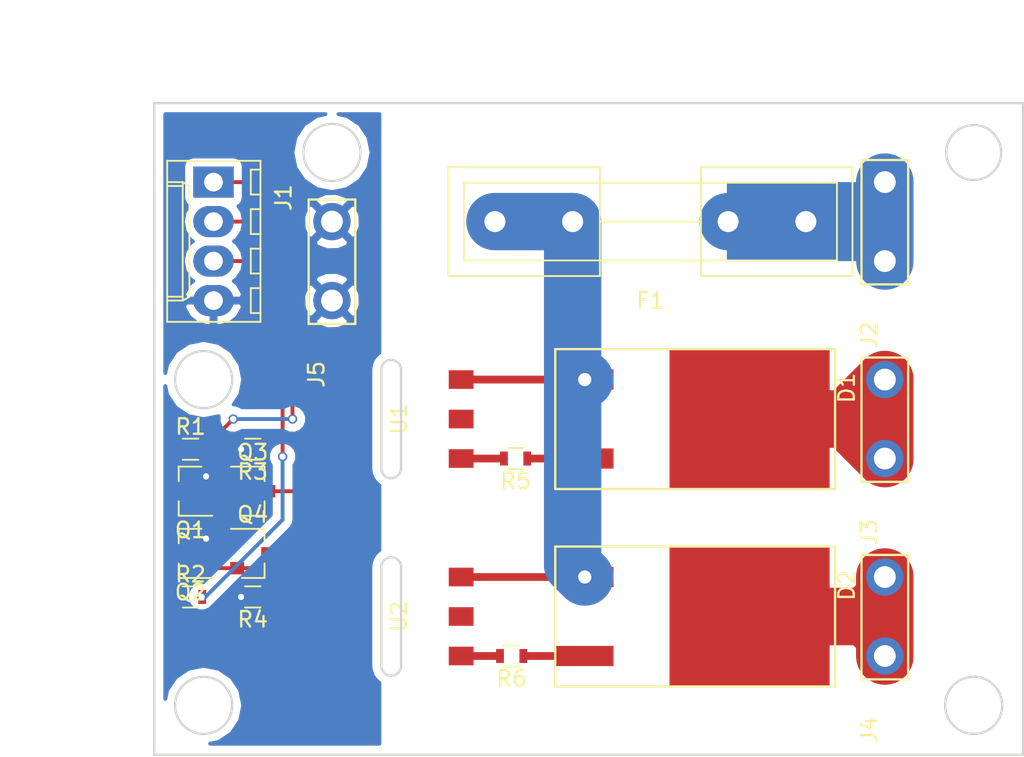
<source format=kicad_pcb>
(kicad_pcb (version 4) (host pcbnew 4.0.7)

  (general
    (links 36)
    (no_connects 0)
    (area 165.689667 78.664999 224.865001 121.127143)
    (thickness 1.6)
    (drawings 23)
    (tracks 89)
    (zones 0)
    (modules 20)
    (nets 23)
  )

  (page USLetter)
  (layers
    (0 F.Cu signal)
    (31 B.Cu signal)
    (32 B.Adhes user)
    (33 F.Adhes user)
    (34 B.Paste user)
    (35 F.Paste user)
    (36 B.SilkS user)
    (37 F.SilkS user)
    (38 B.Mask user)
    (39 F.Mask user)
    (40 Dwgs.User user)
    (41 Cmts.User user)
    (42 Eco1.User user)
    (43 Eco2.User user)
    (44 Edge.Cuts user)
    (45 Margin user)
    (46 B.CrtYd user)
    (47 F.CrtYd user)
    (48 B.Fab user)
    (49 F.Fab user)
  )

  (setup
    (last_trace_width 0.25)
    (trace_clearance 0.2)
    (zone_clearance 0.508)
    (zone_45_only no)
    (trace_min 0.2)
    (segment_width 0.2)
    (edge_width 0.15)
    (via_size 0.6)
    (via_drill 0.4)
    (via_min_size 0.4)
    (via_min_drill 0.3)
    (uvia_size 0.3)
    (uvia_drill 0.1)
    (uvias_allowed no)
    (uvia_min_size 0.2)
    (uvia_min_drill 0.1)
    (pcb_text_width 0.3)
    (pcb_text_size 1.5 1.5)
    (mod_edge_width 0.15)
    (mod_text_size 1 1)
    (mod_text_width 0.15)
    (pad_size 1.524 1.524)
    (pad_drill 0.762)
    (pad_to_mask_clearance 0.2)
    (aux_axis_origin 0 0)
    (visible_elements FFFFFF5F)
    (pcbplotparams
      (layerselection 0x00030_80000001)
      (usegerberextensions false)
      (excludeedgelayer true)
      (linewidth 0.100000)
      (plotframeref false)
      (viasonmask false)
      (mode 1)
      (useauxorigin false)
      (hpglpennumber 1)
      (hpglpenspeed 20)
      (hpglpendiameter 15)
      (hpglpenoverlay 2)
      (psnegative false)
      (psa4output false)
      (plotreference true)
      (plotvalue true)
      (plotinvisibletext false)
      (padsonsilk false)
      (subtractmaskfromsilk false)
      (outputformat 1)
      (mirror false)
      (drillshape 0)
      (scaleselection 1)
      (outputdirectory ""))
  )

  (net 0 "")
  (net 1 "Net-(D1-Pad1)")
  (net 2 "Net-(D1-Pad3)")
  (net 3 "Net-(D1-Pad2)")
  (net 4 "Net-(D2-Pad3)")
  (net 5 "Net-(D2-Pad2)")
  (net 6 "Net-(F1-Pad1)")
  (net 7 "Net-(J1-Pad1)")
  (net 8 "Net-(J1-Pad2)")
  (net 9 "Net-(J1-Pad3)")
  (net 10 "Net-(J1-Pad4)")
  (net 11 "Net-(Q1-Pad1)")
  (net 12 "Net-(Q1-Pad3)")
  (net 13 "Net-(Q2-Pad1)")
  (net 14 "Net-(Q2-Pad3)")
  (net 15 "Net-(Q3-Pad3)")
  (net 16 "Net-(Q4-Pad3)")
  (net 17 "Net-(R5-Pad2)")
  (net 18 "Net-(R6-Pad2)")
  (net 19 "Net-(U1-Pad3)")
  (net 20 "Net-(U1-Pad5)")
  (net 21 "Net-(U2-Pad3)")
  (net 22 "Net-(U2-Pad5)")

  (net_class Default "This is the default net class."
    (clearance 0.2)
    (trace_width 0.25)
    (via_dia 0.6)
    (via_drill 0.4)
    (uvia_dia 0.3)
    (uvia_drill 0.1)
    (add_net "Net-(J1-Pad1)")
    (add_net "Net-(J1-Pad2)")
    (add_net "Net-(J1-Pad3)")
    (add_net "Net-(J1-Pad4)")
    (add_net "Net-(Q1-Pad1)")
    (add_net "Net-(Q1-Pad3)")
    (add_net "Net-(Q2-Pad1)")
    (add_net "Net-(Q2-Pad3)")
    (add_net "Net-(Q3-Pad3)")
    (add_net "Net-(Q4-Pad3)")
    (add_net "Net-(U1-Pad3)")
    (add_net "Net-(U1-Pad5)")
    (add_net "Net-(U2-Pad3)")
    (add_net "Net-(U2-Pad5)")
  )

  (net_class AC ""
    (clearance 1.22)
    (trace_width 3.69)
    (via_dia 1.22)
    (via_drill 0.85)
    (uvia_dia 0.3)
    (uvia_drill 0.1)
    (add_net "Net-(D1-Pad2)")
    (add_net "Net-(D2-Pad2)")
    (add_net "Net-(F1-Pad1)")
  )

  (net_class AC_Signal ""
    (clearance 0.4)
    (trace_width 0.5)
    (via_dia 0.8)
    (via_drill 0.5)
    (uvia_dia 0.3)
    (uvia_drill 0.1)
    (add_net "Net-(D1-Pad1)")
    (add_net "Net-(D1-Pad3)")
    (add_net "Net-(D2-Pad3)")
    (add_net "Net-(R5-Pad2)")
    (add_net "Net-(R6-Pad2)")
  )

  (module Fuse_Holders_and_Fuses:Fuseholder5x20_horiz_open_inline_Type-I (layer F.Cu) (tedit 5880C3AD) (tstamp 5AD278CC)
    (at 210.82 86.36 180)
    (descr "Fuseholder, 5x20, open, horizontal, Type-I, Inline,")
    (tags "Fuseholder 5x20 open horizontal Type-I Inline Sicherungshalter offen ")
    (path /5AD26826)
    (fp_text reference F1 (at 10 -5.08 180) (layer F.SilkS)
      (effects (font (size 1 1) (thickness 0.15)))
    )
    (fp_text value 10A (at 11.27 5.08 180) (layer F.Fab)
      (effects (font (size 1 1) (thickness 0.15)))
    )
    (fp_line (start 5 0) (end 15 0) (layer F.Fab) (width 0.1))
    (fp_line (start -2 -2.5) (end 22 -2.5) (layer F.Fab) (width 0.1))
    (fp_line (start 22 -2.5) (end 22 2.5) (layer F.Fab) (width 0.1))
    (fp_line (start 22 2.5) (end -2 2.5) (layer F.Fab) (width 0.1))
    (fp_line (start -2 2.5) (end -2 -2.5) (layer F.Fab) (width 0.1))
    (fp_line (start 13.35 -3.4) (end 13.35 3.4) (layer F.Fab) (width 0.1))
    (fp_line (start 13.35 3.4) (end 22.9 3.4) (layer F.Fab) (width 0.1))
    (fp_line (start 22.9 3.4) (end 22.9 -3.4) (layer F.Fab) (width 0.1))
    (fp_line (start 22.9 -3.4) (end 13.35 -3.4) (layer F.Fab) (width 0.1))
    (fp_line (start -2.95 -3.4) (end 6.65 -3.4) (layer F.Fab) (width 0.1))
    (fp_line (start 6.65 -3.4) (end 6.65 3.4) (layer F.Fab) (width 0.1))
    (fp_line (start 6.65 3.4) (end -2.9 3.4) (layer F.Fab) (width 0.1))
    (fp_line (start -2.9 3.4) (end -2.9 -3.4) (layer F.Fab) (width 0.1))
    (fp_line (start 13.25 0) (end 6.75 0) (layer F.SilkS) (width 0.12))
    (fp_line (start 13.25 -3.5) (end 13.25 3.5) (layer F.SilkS) (width 0.12))
    (fp_line (start 22 3.5) (end 13.25 3.5) (layer F.SilkS) (width 0.12))
    (fp_line (start 22 -3.5) (end 13.25 -3.5) (layer F.SilkS) (width 0.12))
    (fp_line (start -0.75 2.5) (end -2 2.5) (layer F.SilkS) (width 0.12))
    (fp_line (start -0.5 -2.5) (end -2 -2.5) (layer F.SilkS) (width 0.12))
    (fp_line (start 11.5 2.5) (end -0.75 2.5) (layer F.SilkS) (width 0.12))
    (fp_line (start 11.25 -2.5) (end -0.5 -2.5) (layer F.SilkS) (width 0.12))
    (fp_line (start 22 2.5) (end 11.5 2.5) (layer F.SilkS) (width 0.12))
    (fp_line (start 22 -2.5) (end 11.25 -2.5) (layer F.SilkS) (width 0.12))
    (fp_line (start 22 -2.5) (end 22 2.5) (layer F.SilkS) (width 0.12))
    (fp_line (start 23 -3.5) (end 22 -3.5) (layer F.SilkS) (width 0.12))
    (fp_line (start 23 -3.5) (end 23 3.5) (layer F.SilkS) (width 0.12))
    (fp_line (start 23 3.5) (end 22 3.5) (layer F.SilkS) (width 0.12))
    (fp_line (start -2 -2.5) (end -2 2.5) (layer F.SilkS) (width 0.12))
    (fp_line (start 6.75 -3.5) (end -3 -3.5) (layer F.SilkS) (width 0.12))
    (fp_line (start -3 -3.5) (end -3 3.5) (layer F.SilkS) (width 0.12))
    (fp_line (start 6.75 3.5) (end -3 3.5) (layer F.SilkS) (width 0.12))
    (fp_line (start 6.75 -3.5) (end 6.75 3.5) (layer F.SilkS) (width 0.12))
    (fp_line (start -3.2 -3.65) (end 23.15 -3.65) (layer F.CrtYd) (width 0.05))
    (fp_line (start -3.2 -3.65) (end -3.2 3.65) (layer F.CrtYd) (width 0.05))
    (fp_line (start 23.15 3.65) (end 23.15 -3.65) (layer F.CrtYd) (width 0.05))
    (fp_line (start 23.15 3.65) (end -3.2 3.65) (layer F.CrtYd) (width 0.05))
    (pad 2 thru_hole circle (at 15 0 180) (size 2.35 2.35) (drill 1.35) (layers *.Cu *.Mask)
      (net 1 "Net-(D1-Pad1)"))
    (pad 2 thru_hole circle (at 20 0 180) (size 2.35 2.35) (drill 1.35) (layers *.Cu *.Mask)
      (net 1 "Net-(D1-Pad1)"))
    (pad 1 thru_hole circle (at 5 0 180) (size 2.35 2.35) (drill 1.35) (layers *.Cu *.Mask)
      (net 6 "Net-(F1-Pad1)"))
    (pad 1 thru_hole circle (at 0 0 180) (size 2.35 2.35) (drill 1.35) (layers *.Cu *.Mask)
      (net 6 "Net-(F1-Pad1)"))
  )

  (module Connectors_Molex:Molex_KK-6410-04_04x2.54mm_Straight (layer F.Cu) (tedit 58EE6EE8) (tstamp 5AD278F5)
    (at 172.72 83.82 270)
    (descr "Connector Headers with Friction Lock, 22-27-2041, http://www.molex.com/pdm_docs/sd/022272021_sd.pdf")
    (tags "connector molex kk_6410 22-27-2041")
    (path /5AD2537D)
    (fp_text reference J1 (at 1 -4.5 270) (layer F.SilkS)
      (effects (font (size 1 1) (thickness 0.15)))
    )
    (fp_text value Conn_01x04 (at 3.81 4.5 270) (layer F.Fab)
      (effects (font (size 1 1) (thickness 0.15)))
    )
    (fp_line (start -1.47 -3.12) (end -1.47 3.08) (layer F.Fab) (width 0.12))
    (fp_line (start -1.47 3.08) (end 9.09 3.08) (layer F.Fab) (width 0.12))
    (fp_line (start 9.09 3.08) (end 9.09 -3.12) (layer F.Fab) (width 0.12))
    (fp_line (start 9.09 -3.12) (end -1.47 -3.12) (layer F.Fab) (width 0.12))
    (fp_line (start -1.37 -3.02) (end -1.37 2.98) (layer F.SilkS) (width 0.12))
    (fp_line (start -1.37 2.98) (end 8.99 2.98) (layer F.SilkS) (width 0.12))
    (fp_line (start 8.99 2.98) (end 8.99 -3.02) (layer F.SilkS) (width 0.12))
    (fp_line (start 8.99 -3.02) (end -1.37 -3.02) (layer F.SilkS) (width 0.12))
    (fp_line (start 0 2.98) (end 0 1.98) (layer F.SilkS) (width 0.12))
    (fp_line (start 0 1.98) (end 7.62 1.98) (layer F.SilkS) (width 0.12))
    (fp_line (start 7.62 1.98) (end 7.62 2.98) (layer F.SilkS) (width 0.12))
    (fp_line (start 0 1.98) (end 0.25 1.55) (layer F.SilkS) (width 0.12))
    (fp_line (start 0.25 1.55) (end 7.37 1.55) (layer F.SilkS) (width 0.12))
    (fp_line (start 7.37 1.55) (end 7.62 1.98) (layer F.SilkS) (width 0.12))
    (fp_line (start 0.25 2.98) (end 0.25 1.98) (layer F.SilkS) (width 0.12))
    (fp_line (start 7.37 2.98) (end 7.37 1.98) (layer F.SilkS) (width 0.12))
    (fp_line (start -0.8 -3.02) (end -0.8 -2.4) (layer F.SilkS) (width 0.12))
    (fp_line (start -0.8 -2.4) (end 0.8 -2.4) (layer F.SilkS) (width 0.12))
    (fp_line (start 0.8 -2.4) (end 0.8 -3.02) (layer F.SilkS) (width 0.12))
    (fp_line (start 1.74 -3.02) (end 1.74 -2.4) (layer F.SilkS) (width 0.12))
    (fp_line (start 1.74 -2.4) (end 3.34 -2.4) (layer F.SilkS) (width 0.12))
    (fp_line (start 3.34 -2.4) (end 3.34 -3.02) (layer F.SilkS) (width 0.12))
    (fp_line (start 4.28 -3.02) (end 4.28 -2.4) (layer F.SilkS) (width 0.12))
    (fp_line (start 4.28 -2.4) (end 5.88 -2.4) (layer F.SilkS) (width 0.12))
    (fp_line (start 5.88 -2.4) (end 5.88 -3.02) (layer F.SilkS) (width 0.12))
    (fp_line (start 6.82 -3.02) (end 6.82 -2.4) (layer F.SilkS) (width 0.12))
    (fp_line (start 6.82 -2.4) (end 8.42 -2.4) (layer F.SilkS) (width 0.12))
    (fp_line (start 8.42 -2.4) (end 8.42 -3.02) (layer F.SilkS) (width 0.12))
    (fp_line (start -1.9 3.5) (end -1.9 -3.55) (layer F.CrtYd) (width 0.05))
    (fp_line (start -1.9 -3.55) (end 9.5 -3.55) (layer F.CrtYd) (width 0.05))
    (fp_line (start 9.5 -3.55) (end 9.5 3.5) (layer F.CrtYd) (width 0.05))
    (fp_line (start 9.5 3.5) (end -1.9 3.5) (layer F.CrtYd) (width 0.05))
    (fp_text user %R (at 3.81 0 270) (layer F.Fab)
      (effects (font (size 1 1) (thickness 0.15)))
    )
    (pad 1 thru_hole rect (at 0 0 270) (size 2 2.6) (drill 1.2) (layers *.Cu *.Mask)
      (net 7 "Net-(J1-Pad1)"))
    (pad 2 thru_hole oval (at 2.54 0 270) (size 2 2.6) (drill 1.2) (layers *.Cu *.Mask)
      (net 8 "Net-(J1-Pad2)"))
    (pad 3 thru_hole oval (at 5.08 0 270) (size 2 2.6) (drill 1.2) (layers *.Cu *.Mask)
      (net 9 "Net-(J1-Pad3)"))
    (pad 4 thru_hole oval (at 7.62 0 270) (size 2 2.6) (drill 1.2) (layers *.Cu *.Mask)
      (net 10 "Net-(J1-Pad4)"))
    (model ${KISYS3DMOD}/Connectors_Molex.3dshapes/Molex_KK-6410-04_04x2.54mm_Straight.wrl
      (at (xyz 0 0 0))
      (scale (xyz 1 1 1))
      (rotate (xyz 0 0 0))
    )
  )

  (module Local:TAB_0.250_SOLDER (layer F.Cu) (tedit 5AD26DAC) (tstamp 5AD278FF)
    (at 215.9 88.9 90)
    (path /5AD27586)
    (fp_text reference J2 (at -4.75 -1 90) (layer F.SilkS)
      (effects (font (size 1 1) (thickness 0.15)))
    )
    (fp_text value Conn_01x01 (at 0 -2.75 90) (layer F.Fab)
      (effects (font (size 1 1) (thickness 0.15)))
    )
    (fp_line (start -1.5 -1.5) (end 6.5 -1.5) (layer F.SilkS) (width 0.15))
    (fp_line (start 6.5 -1.5) (end 6.5 1.5) (layer F.SilkS) (width 0.15))
    (fp_line (start 6.5 1.5) (end -1.5 1.5) (layer F.SilkS) (width 0.15))
    (fp_line (start -1.5 1.5) (end -1.5 -1.5) (layer F.SilkS) (width 0.15))
    (pad 1 thru_hole circle (at 5.08 0 90) (size 2.4 2.4) (drill 1.4) (layers *.Cu *.Mask)
      (net 6 "Net-(F1-Pad1)"))
    (pad 1 thru_hole circle (at 0 0 90) (size 2.4 2.4) (drill 1.4) (layers *.Cu *.Mask)
      (net 6 "Net-(F1-Pad1)"))
  )

  (module Local:TAB_0.250_SOLDER (layer F.Cu) (tedit 5AD26DAC) (tstamp 5AD27909)
    (at 215.9 101.6 90)
    (path /5AD275EF)
    (fp_text reference J3 (at -4.75 -1 90) (layer F.SilkS)
      (effects (font (size 1 1) (thickness 0.15)))
    )
    (fp_text value Conn_01x01 (at 0 -2.75 90) (layer F.Fab)
      (effects (font (size 1 1) (thickness 0.15)))
    )
    (fp_line (start -1.5 -1.5) (end 6.5 -1.5) (layer F.SilkS) (width 0.15))
    (fp_line (start 6.5 -1.5) (end 6.5 1.5) (layer F.SilkS) (width 0.15))
    (fp_line (start 6.5 1.5) (end -1.5 1.5) (layer F.SilkS) (width 0.15))
    (fp_line (start -1.5 1.5) (end -1.5 -1.5) (layer F.SilkS) (width 0.15))
    (pad 1 thru_hole circle (at 5.08 0 90) (size 2.4 2.4) (drill 1.4) (layers *.Cu *.Mask)
      (net 3 "Net-(D1-Pad2)"))
    (pad 1 thru_hole circle (at 0 0 90) (size 2.4 2.4) (drill 1.4) (layers *.Cu *.Mask)
      (net 3 "Net-(D1-Pad2)"))
  )

  (module Local:TAB_0.250_SOLDER (layer F.Cu) (tedit 5AD26DAC) (tstamp 5AD27913)
    (at 215.9 114.3 90)
    (path /5AD27660)
    (fp_text reference J4 (at -4.75 -1 90) (layer F.SilkS)
      (effects (font (size 1 1) (thickness 0.15)))
    )
    (fp_text value Conn_01x01 (at 0 -2.75 90) (layer F.Fab)
      (effects (font (size 1 1) (thickness 0.15)))
    )
    (fp_line (start -1.5 -1.5) (end 6.5 -1.5) (layer F.SilkS) (width 0.15))
    (fp_line (start 6.5 -1.5) (end 6.5 1.5) (layer F.SilkS) (width 0.15))
    (fp_line (start 6.5 1.5) (end -1.5 1.5) (layer F.SilkS) (width 0.15))
    (fp_line (start -1.5 1.5) (end -1.5 -1.5) (layer F.SilkS) (width 0.15))
    (pad 1 thru_hole circle (at 5.08 0 90) (size 2.4 2.4) (drill 1.4) (layers *.Cu *.Mask)
      (net 5 "Net-(D2-Pad2)"))
    (pad 1 thru_hole circle (at 0 0 90) (size 2.4 2.4) (drill 1.4) (layers *.Cu *.Mask)
      (net 5 "Net-(D2-Pad2)"))
  )

  (module TO_SOT_Packages_SMD:SOT-23 (layer F.Cu) (tedit 58CE4E7E) (tstamp 5AD27928)
    (at 171.243 103.701 180)
    (descr "SOT-23, Standard")
    (tags SOT-23)
    (path /5AD24568)
    (attr smd)
    (fp_text reference Q1 (at 0 -2.5 180) (layer F.SilkS)
      (effects (font (size 1 1) (thickness 0.15)))
    )
    (fp_text value MMBT3904L (at 0 2.5 180) (layer F.Fab)
      (effects (font (size 1 1) (thickness 0.15)))
    )
    (fp_text user %R (at 0 0 270) (layer F.Fab)
      (effects (font (size 0.5 0.5) (thickness 0.075)))
    )
    (fp_line (start -0.7 -0.95) (end -0.7 1.5) (layer F.Fab) (width 0.1))
    (fp_line (start -0.15 -1.52) (end 0.7 -1.52) (layer F.Fab) (width 0.1))
    (fp_line (start -0.7 -0.95) (end -0.15 -1.52) (layer F.Fab) (width 0.1))
    (fp_line (start 0.7 -1.52) (end 0.7 1.52) (layer F.Fab) (width 0.1))
    (fp_line (start -0.7 1.52) (end 0.7 1.52) (layer F.Fab) (width 0.1))
    (fp_line (start 0.76 1.58) (end 0.76 0.65) (layer F.SilkS) (width 0.12))
    (fp_line (start 0.76 -1.58) (end 0.76 -0.65) (layer F.SilkS) (width 0.12))
    (fp_line (start -1.7 -1.75) (end 1.7 -1.75) (layer F.CrtYd) (width 0.05))
    (fp_line (start 1.7 -1.75) (end 1.7 1.75) (layer F.CrtYd) (width 0.05))
    (fp_line (start 1.7 1.75) (end -1.7 1.75) (layer F.CrtYd) (width 0.05))
    (fp_line (start -1.7 1.75) (end -1.7 -1.75) (layer F.CrtYd) (width 0.05))
    (fp_line (start 0.76 -1.58) (end -1.4 -1.58) (layer F.SilkS) (width 0.12))
    (fp_line (start 0.76 1.58) (end -0.7 1.58) (layer F.SilkS) (width 0.12))
    (pad 1 smd rect (at -1 -0.95 180) (size 0.9 0.8) (layers F.Cu F.Paste F.Mask)
      (net 11 "Net-(Q1-Pad1)"))
    (pad 2 smd rect (at -1 0.95 180) (size 0.9 0.8) (layers F.Cu F.Paste F.Mask)
      (net 10 "Net-(J1-Pad4)"))
    (pad 3 smd rect (at 1 0 180) (size 0.9 0.8) (layers F.Cu F.Paste F.Mask)
      (net 12 "Net-(Q1-Pad3)"))
    (model ${KISYS3DMOD}/TO_SOT_Packages_SMD.3dshapes/SOT-23.wrl
      (at (xyz 0 0 0))
      (scale (xyz 1 1 1))
      (rotate (xyz 0 0 0))
    )
  )

  (module TO_SOT_Packages_SMD:SOT-23 (layer F.Cu) (tedit 58CE4E7E) (tstamp 5AD2793D)
    (at 171.243 107.701 180)
    (descr "SOT-23, Standard")
    (tags SOT-23)
    (path /5AD252C2)
    (attr smd)
    (fp_text reference Q2 (at 0 -2.5 180) (layer F.SilkS)
      (effects (font (size 1 1) (thickness 0.15)))
    )
    (fp_text value MMBT3904L (at 0 2.5 180) (layer F.Fab)
      (effects (font (size 1 1) (thickness 0.15)))
    )
    (fp_text user %R (at 0 0 270) (layer F.Fab)
      (effects (font (size 0.5 0.5) (thickness 0.075)))
    )
    (fp_line (start -0.7 -0.95) (end -0.7 1.5) (layer F.Fab) (width 0.1))
    (fp_line (start -0.15 -1.52) (end 0.7 -1.52) (layer F.Fab) (width 0.1))
    (fp_line (start -0.7 -0.95) (end -0.15 -1.52) (layer F.Fab) (width 0.1))
    (fp_line (start 0.7 -1.52) (end 0.7 1.52) (layer F.Fab) (width 0.1))
    (fp_line (start -0.7 1.52) (end 0.7 1.52) (layer F.Fab) (width 0.1))
    (fp_line (start 0.76 1.58) (end 0.76 0.65) (layer F.SilkS) (width 0.12))
    (fp_line (start 0.76 -1.58) (end 0.76 -0.65) (layer F.SilkS) (width 0.12))
    (fp_line (start -1.7 -1.75) (end 1.7 -1.75) (layer F.CrtYd) (width 0.05))
    (fp_line (start 1.7 -1.75) (end 1.7 1.75) (layer F.CrtYd) (width 0.05))
    (fp_line (start 1.7 1.75) (end -1.7 1.75) (layer F.CrtYd) (width 0.05))
    (fp_line (start -1.7 1.75) (end -1.7 -1.75) (layer F.CrtYd) (width 0.05))
    (fp_line (start 0.76 -1.58) (end -1.4 -1.58) (layer F.SilkS) (width 0.12))
    (fp_line (start 0.76 1.58) (end -0.7 1.58) (layer F.SilkS) (width 0.12))
    (pad 1 smd rect (at -1 -0.95 180) (size 0.9 0.8) (layers F.Cu F.Paste F.Mask)
      (net 13 "Net-(Q2-Pad1)"))
    (pad 2 smd rect (at -1 0.95 180) (size 0.9 0.8) (layers F.Cu F.Paste F.Mask)
      (net 10 "Net-(J1-Pad4)"))
    (pad 3 smd rect (at 1 0 180) (size 0.9 0.8) (layers F.Cu F.Paste F.Mask)
      (net 14 "Net-(Q2-Pad3)"))
    (model ${KISYS3DMOD}/TO_SOT_Packages_SMD.3dshapes/SOT-23.wrl
      (at (xyz 0 0 0))
      (scale (xyz 1 1 1))
      (rotate (xyz 0 0 0))
    )
  )

  (module TO_SOT_Packages_SMD:SOT-23 (layer F.Cu) (tedit 58CE4E7E) (tstamp 5AD27952)
    (at 175.243 103.701)
    (descr "SOT-23, Standard")
    (tags SOT-23)
    (path /5AD24CB5)
    (attr smd)
    (fp_text reference Q3 (at 0 -2.5) (layer F.SilkS)
      (effects (font (size 1 1) (thickness 0.15)))
    )
    (fp_text value MMBT3904L (at 0 2.5) (layer F.Fab)
      (effects (font (size 1 1) (thickness 0.15)))
    )
    (fp_text user %R (at 0 0 90) (layer F.Fab)
      (effects (font (size 0.5 0.5) (thickness 0.075)))
    )
    (fp_line (start -0.7 -0.95) (end -0.7 1.5) (layer F.Fab) (width 0.1))
    (fp_line (start -0.15 -1.52) (end 0.7 -1.52) (layer F.Fab) (width 0.1))
    (fp_line (start -0.7 -0.95) (end -0.15 -1.52) (layer F.Fab) (width 0.1))
    (fp_line (start 0.7 -1.52) (end 0.7 1.52) (layer F.Fab) (width 0.1))
    (fp_line (start -0.7 1.52) (end 0.7 1.52) (layer F.Fab) (width 0.1))
    (fp_line (start 0.76 1.58) (end 0.76 0.65) (layer F.SilkS) (width 0.12))
    (fp_line (start 0.76 -1.58) (end 0.76 -0.65) (layer F.SilkS) (width 0.12))
    (fp_line (start -1.7 -1.75) (end 1.7 -1.75) (layer F.CrtYd) (width 0.05))
    (fp_line (start 1.7 -1.75) (end 1.7 1.75) (layer F.CrtYd) (width 0.05))
    (fp_line (start 1.7 1.75) (end -1.7 1.75) (layer F.CrtYd) (width 0.05))
    (fp_line (start -1.7 1.75) (end -1.7 -1.75) (layer F.CrtYd) (width 0.05))
    (fp_line (start 0.76 -1.58) (end -1.4 -1.58) (layer F.SilkS) (width 0.12))
    (fp_line (start 0.76 1.58) (end -0.7 1.58) (layer F.SilkS) (width 0.12))
    (pad 1 smd rect (at -1 -0.95) (size 0.9 0.8) (layers F.Cu F.Paste F.Mask)
      (net 12 "Net-(Q1-Pad3)"))
    (pad 2 smd rect (at -1 0.95) (size 0.9 0.8) (layers F.Cu F.Paste F.Mask)
      (net 11 "Net-(Q1-Pad1)"))
    (pad 3 smd rect (at 1 0) (size 0.9 0.8) (layers F.Cu F.Paste F.Mask)
      (net 15 "Net-(Q3-Pad3)"))
    (model ${KISYS3DMOD}/TO_SOT_Packages_SMD.3dshapes/SOT-23.wrl
      (at (xyz 0 0 0))
      (scale (xyz 1 1 1))
      (rotate (xyz 0 0 0))
    )
  )

  (module TO_SOT_Packages_SMD:SOT-23 (layer F.Cu) (tedit 58CE4E7E) (tstamp 5AD27967)
    (at 175.243 107.701)
    (descr "SOT-23, Standard")
    (tags SOT-23)
    (path /5AD252C8)
    (attr smd)
    (fp_text reference Q4 (at 0 -2.5) (layer F.SilkS)
      (effects (font (size 1 1) (thickness 0.15)))
    )
    (fp_text value MMBT3904L (at 0 2.5) (layer F.Fab)
      (effects (font (size 1 1) (thickness 0.15)))
    )
    (fp_text user %R (at 0 0 90) (layer F.Fab)
      (effects (font (size 0.5 0.5) (thickness 0.075)))
    )
    (fp_line (start -0.7 -0.95) (end -0.7 1.5) (layer F.Fab) (width 0.1))
    (fp_line (start -0.15 -1.52) (end 0.7 -1.52) (layer F.Fab) (width 0.1))
    (fp_line (start -0.7 -0.95) (end -0.15 -1.52) (layer F.Fab) (width 0.1))
    (fp_line (start 0.7 -1.52) (end 0.7 1.52) (layer F.Fab) (width 0.1))
    (fp_line (start -0.7 1.52) (end 0.7 1.52) (layer F.Fab) (width 0.1))
    (fp_line (start 0.76 1.58) (end 0.76 0.65) (layer F.SilkS) (width 0.12))
    (fp_line (start 0.76 -1.58) (end 0.76 -0.65) (layer F.SilkS) (width 0.12))
    (fp_line (start -1.7 -1.75) (end 1.7 -1.75) (layer F.CrtYd) (width 0.05))
    (fp_line (start 1.7 -1.75) (end 1.7 1.75) (layer F.CrtYd) (width 0.05))
    (fp_line (start 1.7 1.75) (end -1.7 1.75) (layer F.CrtYd) (width 0.05))
    (fp_line (start -1.7 1.75) (end -1.7 -1.75) (layer F.CrtYd) (width 0.05))
    (fp_line (start 0.76 -1.58) (end -1.4 -1.58) (layer F.SilkS) (width 0.12))
    (fp_line (start 0.76 1.58) (end -0.7 1.58) (layer F.SilkS) (width 0.12))
    (pad 1 smd rect (at -1 -0.95) (size 0.9 0.8) (layers F.Cu F.Paste F.Mask)
      (net 14 "Net-(Q2-Pad3)"))
    (pad 2 smd rect (at -1 0.95) (size 0.9 0.8) (layers F.Cu F.Paste F.Mask)
      (net 13 "Net-(Q2-Pad1)"))
    (pad 3 smd rect (at 1 0) (size 0.9 0.8) (layers F.Cu F.Paste F.Mask)
      (net 16 "Net-(Q4-Pad3)"))
    (model ${KISYS3DMOD}/TO_SOT_Packages_SMD.3dshapes/SOT-23.wrl
      (at (xyz 0 0 0))
      (scale (xyz 1 1 1))
      (rotate (xyz 0 0 0))
    )
  )

  (module Resistors_SMD:R_0603 (layer F.Cu) (tedit 58E0A804) (tstamp 5AD27978)
    (at 171.243 101.001)
    (descr "Resistor SMD 0603, reflow soldering, Vishay (see dcrcw.pdf)")
    (tags "resistor 0603")
    (path /5AD24D1E)
    (attr smd)
    (fp_text reference R1 (at 0 -1.45) (layer F.SilkS)
      (effects (font (size 1 1) (thickness 0.15)))
    )
    (fp_text value 10K (at 0 1.5) (layer F.Fab)
      (effects (font (size 1 1) (thickness 0.15)))
    )
    (fp_text user %R (at 0 0) (layer F.Fab)
      (effects (font (size 0.4 0.4) (thickness 0.075)))
    )
    (fp_line (start -0.8 0.4) (end -0.8 -0.4) (layer F.Fab) (width 0.1))
    (fp_line (start 0.8 0.4) (end -0.8 0.4) (layer F.Fab) (width 0.1))
    (fp_line (start 0.8 -0.4) (end 0.8 0.4) (layer F.Fab) (width 0.1))
    (fp_line (start -0.8 -0.4) (end 0.8 -0.4) (layer F.Fab) (width 0.1))
    (fp_line (start 0.5 0.68) (end -0.5 0.68) (layer F.SilkS) (width 0.12))
    (fp_line (start -0.5 -0.68) (end 0.5 -0.68) (layer F.SilkS) (width 0.12))
    (fp_line (start -1.25 -0.7) (end 1.25 -0.7) (layer F.CrtYd) (width 0.05))
    (fp_line (start -1.25 -0.7) (end -1.25 0.7) (layer F.CrtYd) (width 0.05))
    (fp_line (start 1.25 0.7) (end 1.25 -0.7) (layer F.CrtYd) (width 0.05))
    (fp_line (start 1.25 0.7) (end -1.25 0.7) (layer F.CrtYd) (width 0.05))
    (pad 1 smd rect (at -0.75 0) (size 0.5 0.9) (layers F.Cu F.Paste F.Mask)
      (net 12 "Net-(Q1-Pad3)"))
    (pad 2 smd rect (at 0.75 0) (size 0.5 0.9) (layers F.Cu F.Paste F.Mask)
      (net 8 "Net-(J1-Pad2)"))
    (model ${KISYS3DMOD}/Resistors_SMD.3dshapes/R_0603.wrl
      (at (xyz 0 0 0))
      (scale (xyz 1 1 1))
      (rotate (xyz 0 0 0))
    )
  )

  (module Resistors_SMD:R_0603 (layer F.Cu) (tedit 58E0A804) (tstamp 5AD27989)
    (at 171.243 110.501)
    (descr "Resistor SMD 0603, reflow soldering, Vishay (see dcrcw.pdf)")
    (tags "resistor 0603")
    (path /5AD252CE)
    (attr smd)
    (fp_text reference R2 (at 0 -1.45) (layer F.SilkS)
      (effects (font (size 1 1) (thickness 0.15)))
    )
    (fp_text value 10K (at 0 1.5) (layer F.Fab)
      (effects (font (size 1 1) (thickness 0.15)))
    )
    (fp_text user %R (at 0 0) (layer F.Fab)
      (effects (font (size 0.4 0.4) (thickness 0.075)))
    )
    (fp_line (start -0.8 0.4) (end -0.8 -0.4) (layer F.Fab) (width 0.1))
    (fp_line (start 0.8 0.4) (end -0.8 0.4) (layer F.Fab) (width 0.1))
    (fp_line (start 0.8 -0.4) (end 0.8 0.4) (layer F.Fab) (width 0.1))
    (fp_line (start -0.8 -0.4) (end 0.8 -0.4) (layer F.Fab) (width 0.1))
    (fp_line (start 0.5 0.68) (end -0.5 0.68) (layer F.SilkS) (width 0.12))
    (fp_line (start -0.5 -0.68) (end 0.5 -0.68) (layer F.SilkS) (width 0.12))
    (fp_line (start -1.25 -0.7) (end 1.25 -0.7) (layer F.CrtYd) (width 0.05))
    (fp_line (start -1.25 -0.7) (end -1.25 0.7) (layer F.CrtYd) (width 0.05))
    (fp_line (start 1.25 0.7) (end 1.25 -0.7) (layer F.CrtYd) (width 0.05))
    (fp_line (start 1.25 0.7) (end -1.25 0.7) (layer F.CrtYd) (width 0.05))
    (pad 1 smd rect (at -0.75 0) (size 0.5 0.9) (layers F.Cu F.Paste F.Mask)
      (net 14 "Net-(Q2-Pad3)"))
    (pad 2 smd rect (at 0.75 0) (size 0.5 0.9) (layers F.Cu F.Paste F.Mask)
      (net 9 "Net-(J1-Pad3)"))
    (model ${KISYS3DMOD}/Resistors_SMD.3dshapes/R_0603.wrl
      (at (xyz 0 0 0))
      (scale (xyz 1 1 1))
      (rotate (xyz 0 0 0))
    )
  )

  (module Resistors_SMD:R_0603 (layer F.Cu) (tedit 58E0A804) (tstamp 5AD2799A)
    (at 175.243 101.001 180)
    (descr "Resistor SMD 0603, reflow soldering, Vishay (see dcrcw.pdf)")
    (tags "resistor 0603")
    (path /5AD24E2A)
    (attr smd)
    (fp_text reference R3 (at 0 -1.45 180) (layer F.SilkS)
      (effects (font (size 1 1) (thickness 0.15)))
    )
    (fp_text value 35 (at 0 1.5 180) (layer F.Fab)
      (effects (font (size 1 1) (thickness 0.15)))
    )
    (fp_text user %R (at 0 0 180) (layer F.Fab)
      (effects (font (size 0.4 0.4) (thickness 0.075)))
    )
    (fp_line (start -0.8 0.4) (end -0.8 -0.4) (layer F.Fab) (width 0.1))
    (fp_line (start 0.8 0.4) (end -0.8 0.4) (layer F.Fab) (width 0.1))
    (fp_line (start 0.8 -0.4) (end 0.8 0.4) (layer F.Fab) (width 0.1))
    (fp_line (start -0.8 -0.4) (end 0.8 -0.4) (layer F.Fab) (width 0.1))
    (fp_line (start 0.5 0.68) (end -0.5 0.68) (layer F.SilkS) (width 0.12))
    (fp_line (start -0.5 -0.68) (end 0.5 -0.68) (layer F.SilkS) (width 0.12))
    (fp_line (start -1.25 -0.7) (end 1.25 -0.7) (layer F.CrtYd) (width 0.05))
    (fp_line (start -1.25 -0.7) (end -1.25 0.7) (layer F.CrtYd) (width 0.05))
    (fp_line (start 1.25 0.7) (end 1.25 -0.7) (layer F.CrtYd) (width 0.05))
    (fp_line (start 1.25 0.7) (end -1.25 0.7) (layer F.CrtYd) (width 0.05))
    (pad 1 smd rect (at -0.75 0 180) (size 0.5 0.9) (layers F.Cu F.Paste F.Mask)
      (net 11 "Net-(Q1-Pad1)"))
    (pad 2 smd rect (at 0.75 0 180) (size 0.5 0.9) (layers F.Cu F.Paste F.Mask)
      (net 10 "Net-(J1-Pad4)"))
    (model ${KISYS3DMOD}/Resistors_SMD.3dshapes/R_0603.wrl
      (at (xyz 0 0 0))
      (scale (xyz 1 1 1))
      (rotate (xyz 0 0 0))
    )
  )

  (module Resistors_SMD:R_0603 (layer F.Cu) (tedit 58E0A804) (tstamp 5AD279AB)
    (at 175.243 110.501 180)
    (descr "Resistor SMD 0603, reflow soldering, Vishay (see dcrcw.pdf)")
    (tags "resistor 0603")
    (path /5AD252D4)
    (attr smd)
    (fp_text reference R4 (at 0 -1.45 180) (layer F.SilkS)
      (effects (font (size 1 1) (thickness 0.15)))
    )
    (fp_text value 35 (at 0 1.5 180) (layer F.Fab)
      (effects (font (size 1 1) (thickness 0.15)))
    )
    (fp_text user %R (at 0 0 180) (layer F.Fab)
      (effects (font (size 0.4 0.4) (thickness 0.075)))
    )
    (fp_line (start -0.8 0.4) (end -0.8 -0.4) (layer F.Fab) (width 0.1))
    (fp_line (start 0.8 0.4) (end -0.8 0.4) (layer F.Fab) (width 0.1))
    (fp_line (start 0.8 -0.4) (end 0.8 0.4) (layer F.Fab) (width 0.1))
    (fp_line (start -0.8 -0.4) (end 0.8 -0.4) (layer F.Fab) (width 0.1))
    (fp_line (start 0.5 0.68) (end -0.5 0.68) (layer F.SilkS) (width 0.12))
    (fp_line (start -0.5 -0.68) (end 0.5 -0.68) (layer F.SilkS) (width 0.12))
    (fp_line (start -1.25 -0.7) (end 1.25 -0.7) (layer F.CrtYd) (width 0.05))
    (fp_line (start -1.25 -0.7) (end -1.25 0.7) (layer F.CrtYd) (width 0.05))
    (fp_line (start 1.25 0.7) (end 1.25 -0.7) (layer F.CrtYd) (width 0.05))
    (fp_line (start 1.25 0.7) (end -1.25 0.7) (layer F.CrtYd) (width 0.05))
    (pad 1 smd rect (at -0.75 0 180) (size 0.5 0.9) (layers F.Cu F.Paste F.Mask)
      (net 13 "Net-(Q2-Pad1)"))
    (pad 2 smd rect (at 0.75 0 180) (size 0.5 0.9) (layers F.Cu F.Paste F.Mask)
      (net 10 "Net-(J1-Pad4)"))
    (model ${KISYS3DMOD}/Resistors_SMD.3dshapes/R_0603.wrl
      (at (xyz 0 0 0))
      (scale (xyz 1 1 1))
      (rotate (xyz 0 0 0))
    )
  )

  (module Resistors_SMD:R_0603 (layer F.Cu) (tedit 58E0A804) (tstamp 5AD279BC)
    (at 192.151 101.6 180)
    (descr "Resistor SMD 0603, reflow soldering, Vishay (see dcrcw.pdf)")
    (tags "resistor 0603")
    (path /5AD227DF)
    (attr smd)
    (fp_text reference R5 (at 0 -1.45 180) (layer F.SilkS)
      (effects (font (size 1 1) (thickness 0.15)))
    )
    (fp_text value 300 (at 0 1.5 180) (layer F.Fab)
      (effects (font (size 1 1) (thickness 0.15)))
    )
    (fp_text user %R (at 0 0 180) (layer F.Fab)
      (effects (font (size 0.4 0.4) (thickness 0.075)))
    )
    (fp_line (start -0.8 0.4) (end -0.8 -0.4) (layer F.Fab) (width 0.1))
    (fp_line (start 0.8 0.4) (end -0.8 0.4) (layer F.Fab) (width 0.1))
    (fp_line (start 0.8 -0.4) (end 0.8 0.4) (layer F.Fab) (width 0.1))
    (fp_line (start -0.8 -0.4) (end 0.8 -0.4) (layer F.Fab) (width 0.1))
    (fp_line (start 0.5 0.68) (end -0.5 0.68) (layer F.SilkS) (width 0.12))
    (fp_line (start -0.5 -0.68) (end 0.5 -0.68) (layer F.SilkS) (width 0.12))
    (fp_line (start -1.25 -0.7) (end 1.25 -0.7) (layer F.CrtYd) (width 0.05))
    (fp_line (start -1.25 -0.7) (end -1.25 0.7) (layer F.CrtYd) (width 0.05))
    (fp_line (start 1.25 0.7) (end 1.25 -0.7) (layer F.CrtYd) (width 0.05))
    (fp_line (start 1.25 0.7) (end -1.25 0.7) (layer F.CrtYd) (width 0.05))
    (pad 1 smd rect (at -0.75 0 180) (size 0.5 0.9) (layers F.Cu F.Paste F.Mask)
      (net 2 "Net-(D1-Pad3)"))
    (pad 2 smd rect (at 0.75 0 180) (size 0.5 0.9) (layers F.Cu F.Paste F.Mask)
      (net 17 "Net-(R5-Pad2)"))
    (model ${KISYS3DMOD}/Resistors_SMD.3dshapes/R_0603.wrl
      (at (xyz 0 0 0))
      (scale (xyz 1 1 1))
      (rotate (xyz 0 0 0))
    )
  )

  (module Resistors_SMD:R_0603 (layer F.Cu) (tedit 58E0A804) (tstamp 5AD279CD)
    (at 191.897 114.3 180)
    (descr "Resistor SMD 0603, reflow soldering, Vishay (see dcrcw.pdf)")
    (tags "resistor 0603")
    (path /5AD26ACB)
    (attr smd)
    (fp_text reference R6 (at 0 -1.45 180) (layer F.SilkS)
      (effects (font (size 1 1) (thickness 0.15)))
    )
    (fp_text value 300 (at 0 1.5 180) (layer F.Fab)
      (effects (font (size 1 1) (thickness 0.15)))
    )
    (fp_text user %R (at 0 0 180) (layer F.Fab)
      (effects (font (size 0.4 0.4) (thickness 0.075)))
    )
    (fp_line (start -0.8 0.4) (end -0.8 -0.4) (layer F.Fab) (width 0.1))
    (fp_line (start 0.8 0.4) (end -0.8 0.4) (layer F.Fab) (width 0.1))
    (fp_line (start 0.8 -0.4) (end 0.8 0.4) (layer F.Fab) (width 0.1))
    (fp_line (start -0.8 -0.4) (end 0.8 -0.4) (layer F.Fab) (width 0.1))
    (fp_line (start 0.5 0.68) (end -0.5 0.68) (layer F.SilkS) (width 0.12))
    (fp_line (start -0.5 -0.68) (end 0.5 -0.68) (layer F.SilkS) (width 0.12))
    (fp_line (start -1.25 -0.7) (end 1.25 -0.7) (layer F.CrtYd) (width 0.05))
    (fp_line (start -1.25 -0.7) (end -1.25 0.7) (layer F.CrtYd) (width 0.05))
    (fp_line (start 1.25 0.7) (end 1.25 -0.7) (layer F.CrtYd) (width 0.05))
    (fp_line (start 1.25 0.7) (end -1.25 0.7) (layer F.CrtYd) (width 0.05))
    (pad 1 smd rect (at -0.75 0 180) (size 0.5 0.9) (layers F.Cu F.Paste F.Mask)
      (net 4 "Net-(D2-Pad3)"))
    (pad 2 smd rect (at 0.75 0 180) (size 0.5 0.9) (layers F.Cu F.Paste F.Mask)
      (net 18 "Net-(R6-Pad2)"))
    (model ${KISYS3DMOD}/Resistors_SMD.3dshapes/R_0603.wrl
      (at (xyz 0 0 0))
      (scale (xyz 1 1 1))
      (rotate (xyz 0 0 0))
    )
  )

  (module Local:6-SMD_Gullwing (layer F.Cu) (tedit 5AD29E68) (tstamp 5AD310E7)
    (at 184.15 99.06 270)
    (path /5AD23802)
    (fp_text reference U1 (at 0 -0.5 270) (layer F.SilkS)
      (effects (font (size 1 1) (thickness 0.15)))
    )
    (fp_text value MOC3063M (at -0.25 0.75 270) (layer F.Fab)
      (effects (font (size 1 1) (thickness 0.15)))
    )
    (fp_line (start 2.5 3.5) (end 3 3.5) (layer F.CrtYd) (width 0.15))
    (fp_line (start 3 3.5) (end 3 3) (layer F.CrtYd) (width 0.15))
    (fp_line (start -2.75 3.5) (end -3.25 3.5) (layer F.CrtYd) (width 0.15))
    (fp_line (start -3.25 3.5) (end -3.25 3) (layer F.CrtYd) (width 0.15))
    (fp_line (start 2.5 -3.25) (end 3 -3.25) (layer F.CrtYd) (width 0.15))
    (fp_line (start 3 -3.25) (end 3 -2.75) (layer F.CrtYd) (width 0.15))
    (fp_line (start -3.25 -3.25) (end -3.25 -2.75) (layer F.CrtYd) (width 0.15))
    (fp_line (start -3.25 -3.25) (end -2.75 -3.25) (layer F.CrtYd) (width 0.15))
    (pad 2 smd rect (at 0 4.5 270) (size 1.2 1.6) (layers F.Cu F.Paste F.Mask)
      (net 15 "Net-(Q3-Pad3)"))
    (pad 1 smd rect (at -2.54 4.5 270) (size 1.2 1.6) (layers F.Cu F.Paste F.Mask)
      (net 7 "Net-(J1-Pad1)"))
    (pad 3 smd rect (at 2.54 4.5 270) (size 1.2 1.6) (layers F.Cu F.Paste F.Mask)
      (net 19 "Net-(U1-Pad3)"))
    (pad 4 smd rect (at 2.54 -4.5 270) (size 1.2 1.6) (layers F.Cu F.Paste F.Mask)
      (net 17 "Net-(R5-Pad2)"))
    (pad 5 smd rect (at 0 -4.5 270) (size 1.2 1.6) (layers F.Cu F.Paste F.Mask)
      (net 20 "Net-(U1-Pad5)"))
    (pad 6 smd rect (at -2.54 -4.5 270) (size 1.2 1.6) (layers F.Cu F.Paste F.Mask)
      (net 1 "Net-(D1-Pad1)"))
  )

  (module Local:6-SMD_Gullwing (layer F.Cu) (tedit 5AD29E68) (tstamp 5AD310F8)
    (at 184.15 111.76 270)
    (path /5AD252BC)
    (fp_text reference U2 (at 0 -0.5 270) (layer F.SilkS)
      (effects (font (size 1 1) (thickness 0.15)))
    )
    (fp_text value MOC3063M (at -0.25 0.75 270) (layer F.Fab)
      (effects (font (size 1 1) (thickness 0.15)))
    )
    (fp_line (start 2.5 3.5) (end 3 3.5) (layer F.CrtYd) (width 0.15))
    (fp_line (start 3 3.5) (end 3 3) (layer F.CrtYd) (width 0.15))
    (fp_line (start -2.75 3.5) (end -3.25 3.5) (layer F.CrtYd) (width 0.15))
    (fp_line (start -3.25 3.5) (end -3.25 3) (layer F.CrtYd) (width 0.15))
    (fp_line (start 2.5 -3.25) (end 3 -3.25) (layer F.CrtYd) (width 0.15))
    (fp_line (start 3 -3.25) (end 3 -2.75) (layer F.CrtYd) (width 0.15))
    (fp_line (start -3.25 -3.25) (end -3.25 -2.75) (layer F.CrtYd) (width 0.15))
    (fp_line (start -3.25 -3.25) (end -2.75 -3.25) (layer F.CrtYd) (width 0.15))
    (pad 2 smd rect (at 0 4.5 270) (size 1.2 1.6) (layers F.Cu F.Paste F.Mask)
      (net 16 "Net-(Q4-Pad3)"))
    (pad 1 smd rect (at -2.54 4.5 270) (size 1.2 1.6) (layers F.Cu F.Paste F.Mask)
      (net 7 "Net-(J1-Pad1)"))
    (pad 3 smd rect (at 2.54 4.5 270) (size 1.2 1.6) (layers F.Cu F.Paste F.Mask)
      (net 21 "Net-(U2-Pad3)"))
    (pad 4 smd rect (at 2.54 -4.5 270) (size 1.2 1.6) (layers F.Cu F.Paste F.Mask)
      (net 18 "Net-(R6-Pad2)"))
    (pad 5 smd rect (at 0 -4.5 270) (size 1.2 1.6) (layers F.Cu F.Paste F.Mask)
      (net 22 "Net-(U2-Pad5)"))
    (pad 6 smd rect (at -2.54 -4.5 270) (size 1.2 1.6) (layers F.Cu F.Paste F.Mask)
      (net 1 "Net-(D1-Pad1)"))
  )

  (module Local:TAB_0.250_SOLDER (layer F.Cu) (tedit 5AD26DAC) (tstamp 5AD37D0A)
    (at 180.34 91.44 90)
    (path /5AD37CB9)
    (fp_text reference J5 (at -4.75 -1 90) (layer F.SilkS)
      (effects (font (size 1 1) (thickness 0.15)))
    )
    (fp_text value Conn_01x01 (at 0 -2.75 90) (layer F.Fab)
      (effects (font (size 1 1) (thickness 0.15)))
    )
    (fp_line (start -1.5 -1.5) (end 6.5 -1.5) (layer F.SilkS) (width 0.15))
    (fp_line (start 6.5 -1.5) (end 6.5 1.5) (layer F.SilkS) (width 0.15))
    (fp_line (start 6.5 1.5) (end -1.5 1.5) (layer F.SilkS) (width 0.15))
    (fp_line (start -1.5 1.5) (end -1.5 -1.5) (layer F.SilkS) (width 0.15))
    (pad 1 thru_hole circle (at 5.08 0 90) (size 2.4 2.4) (drill 1.4) (layers *.Cu *.Mask)
      (net 10 "Net-(J1-Pad4)"))
    (pad 1 thru_hole circle (at 0 0 90) (size 2.4 2.4) (drill 1.4) (layers *.Cu *.Mask)
      (net 10 "Net-(J1-Pad4)"))
  )

  (module Local:D2PAK (layer F.Cu) (tedit 5AD37F8C) (tstamp 5AD278A0)
    (at 203.2 111.76 180)
    (path /5AD26CCE)
    (fp_text reference D2 (at -10.25 2 270) (layer F.SilkS)
      (effects (font (size 1 1) (thickness 0.15)))
    )
    (fp_text value T25 (at 3 0 270) (layer F.Fab)
      (effects (font (size 1 1) (thickness 0.15)))
    )
    (fp_line (start -9.5 -4.5) (end -9.5 4.5) (layer F.SilkS) (width 0.15))
    (fp_line (start -9.5 4.5) (end 8.5 4.5) (layer F.SilkS) (width 0.15))
    (fp_line (start -9.5 -4.5) (end 8.5 -4.5) (layer F.SilkS) (width 0.15))
    (fp_line (start 8.5 -4.5) (end 8.5 4.5) (layer F.SilkS) (width 0.15))
    (pad 1 smd rect (at 6.6 2.54 180) (size 3.7 1.3) (layers F.Cu F.Paste F.Mask)
      (net 1 "Net-(D1-Pad1)"))
    (pad 3 smd rect (at 6.6 -2.54 180) (size 3.7 1.3) (layers F.Cu F.Paste F.Mask)
      (net 4 "Net-(D2-Pad3)"))
    (pad 2 smd rect (at -4 0 180) (size 10.3 8.9) (layers F.Cu F.Paste F.Mask)
      (net 5 "Net-(D2-Pad2)"))
  )

  (module Local:D2PAK (layer F.Cu) (tedit 5AD37F8C) (tstamp 5AD27894)
    (at 203.2 99.06 180)
    (path /5AD22718)
    (fp_text reference D1 (at -10.25 2 270) (layer F.SilkS)
      (effects (font (size 1 1) (thickness 0.15)))
    )
    (fp_text value T25 (at 3 0 270) (layer F.Fab)
      (effects (font (size 1 1) (thickness 0.15)))
    )
    (fp_line (start -9.5 -4.5) (end -9.5 4.5) (layer F.SilkS) (width 0.15))
    (fp_line (start -9.5 4.5) (end 8.5 4.5) (layer F.SilkS) (width 0.15))
    (fp_line (start -9.5 -4.5) (end 8.5 -4.5) (layer F.SilkS) (width 0.15))
    (fp_line (start 8.5 -4.5) (end 8.5 4.5) (layer F.SilkS) (width 0.15))
    (pad 1 smd rect (at 6.6 2.54 180) (size 3.7 1.3) (layers F.Cu F.Paste F.Mask)
      (net 1 "Net-(D1-Pad1)"))
    (pad 3 smd rect (at 6.6 -2.54 180) (size 3.7 1.3) (layers F.Cu F.Paste F.Mask)
      (net 2 "Net-(D1-Pad3)"))
    (pad 2 smd rect (at -4 0 180) (size 10.3 8.9) (layers F.Cu F.Paste F.Mask)
      (net 3 "Net-(D1-Pad2)"))
  )

  (dimension 41.91 (width 0.3) (layer Cmts.User)
    (gr_text "41.910 mm" (at 165.274 99.695 270) (layer Cmts.User)
      (effects (font (size 1.5 1.5) (thickness 0.3)))
    )
    (feature1 (pts (xy 168.402 120.65) (xy 163.924 120.65)))
    (feature2 (pts (xy 168.402 78.74) (xy 163.924 78.74)))
    (crossbar (pts (xy 166.624 78.74) (xy 166.624 120.65)))
    (arrow1a (pts (xy 166.624 120.65) (xy 166.037579 119.523496)))
    (arrow1b (pts (xy 166.624 120.65) (xy 167.210421 119.523496)))
    (arrow2a (pts (xy 166.624 78.74) (xy 166.037579 79.866504)))
    (arrow2b (pts (xy 166.624 78.74) (xy 167.210421 79.866504)))
  )
  (dimension 55.753 (width 0.3) (layer Cmts.User)
    (gr_text "55.753 mm" (at 196.7865 73.961) (layer Cmts.User)
      (effects (font (size 1.5 1.5) (thickness 0.3)))
    )
    (feature1 (pts (xy 224.663 78.359) (xy 224.663 72.611)))
    (feature2 (pts (xy 168.91 78.359) (xy 168.91 72.611)))
    (crossbar (pts (xy 168.91 75.311) (xy 224.663 75.311)))
    (arrow1a (pts (xy 224.663 75.311) (xy 223.536496 75.897421)))
    (arrow1b (pts (xy 224.663 75.311) (xy 223.536496 74.724579)))
    (arrow2a (pts (xy 168.91 75.311) (xy 170.036504 75.897421)))
    (arrow2b (pts (xy 168.91 75.311) (xy 170.036504 74.724579)))
  )
  (gr_arc (start 184.15 114.935) (end 184.785 114.935) (angle 90) (layer Edge.Cuts) (width 0.15))
  (gr_arc (start 184.15 114.935) (end 184.15 115.57) (angle 90) (layer Edge.Cuts) (width 0.15))
  (gr_arc (start 184.15 108.585) (end 183.515 108.585) (angle 90) (layer Edge.Cuts) (width 0.15))
  (gr_arc (start 184.15 108.585) (end 184.15 107.95) (angle 90) (layer Edge.Cuts) (width 0.15))
  (gr_arc (start 184.15 102.235) (end 184.785 102.235) (angle 90) (layer Edge.Cuts) (width 0.15))
  (gr_arc (start 184.15 102.235) (end 184.15 102.87) (angle 90) (layer Edge.Cuts) (width 0.15))
  (gr_arc (start 184.15 95.885) (end 183.515 95.885) (angle 90) (layer Edge.Cuts) (width 0.15))
  (gr_arc (start 184.15 95.885) (end 184.15 95.25) (angle 90) (layer Edge.Cuts) (width 0.15))
  (gr_line (start 183.515 108.585) (end 183.515 114.935) (angle 90) (layer Edge.Cuts) (width 0.15))
  (gr_line (start 184.785 108.585) (end 184.785 114.935) (angle 90) (layer Edge.Cuts) (width 0.15))
  (gr_line (start 183.515 95.885) (end 183.515 102.235) (angle 90) (layer Edge.Cuts) (width 0.15))
  (gr_line (start 184.785 95.885) (end 184.785 102.235) (angle 90) (layer Edge.Cuts) (width 0.15))
  (gr_circle (center 221.615 117.475) (end 222.915 118.775) (layer Edge.Cuts) (width 0.15) (tstamp 5AD376E8))
  (gr_circle (center 221.615 81.915) (end 222.915 83.115) (layer Edge.Cuts) (width 0.15) (tstamp 5AD376E7))
  (gr_line (start 168.91 78.74) (end 224.79 78.74) (angle 90) (layer Edge.Cuts) (width 0.15))
  (gr_line (start 224.79 78.74) (end 224.79 120.65) (angle 90) (layer Edge.Cuts) (width 0.15))
  (gr_line (start 168.91 120.65) (end 224.79 120.65) (angle 90) (layer Edge.Cuts) (width 0.15))
  (gr_line (start 168.91 78.74) (end 168.91 120.65) (angle 90) (layer Edge.Cuts) (width 0.15))
  (gr_circle (center 172.085 117.475) (end 173.385 118.775) (layer Edge.Cuts) (width 0.15) (tstamp 5AD376E3))
  (gr_circle (center 180.34 81.915) (end 181.64 83.215) (layer Edge.Cuts) (width 0.15) (tstamp 5AD376B6))
  (gr_circle (center 172.085 96.52) (end 173.385 97.82) (layer Edge.Cuts) (width 0.15))

  (segment (start 188.65 109.22) (end 196.6 109.22) (width 0.5) (layer F.Cu) (net 1))
  (segment (start 188.65 96.52) (end 196.6 96.52) (width 0.5) (layer F.Cu) (net 1))
  (via (at 196.6 96.52) (size 1.22) (drill 0.85) (layers F.Cu B.Cu) (net 1))
  (segment (start 196.6 96.52) (end 195.82 96.52) (width 3.69) (layer B.Cu) (net 1) (tstamp 5AD3833D))
  (segment (start 195.82 86.36) (end 195.82 96.52) (width 3.69) (layer B.Cu) (net 1) (tstamp 5AD38334))
  (segment (start 195.82 96.52) (end 195.82 108.44) (width 3.69) (layer B.Cu) (net 1) (tstamp 5AD38338))
  (segment (start 195.82 108.44) (end 196.6 109.22) (width 3.69) (layer B.Cu) (net 1) (tstamp 5AD38333))
  (via (at 196.6 109.22) (size 1.22) (drill 0.85) (layers F.Cu B.Cu) (net 1))
  (segment (start 195.82 86.36) (end 190.82 86.36) (width 3.69) (layer B.Cu) (net 1))
  (segment (start 196.6 101.6) (end 192.901 101.6) (width 0.5) (layer F.Cu) (net 2))
  (segment (start 193.04 101.6) (end 192.901 101.6) (width 0.25) (layer F.Cu) (net 2) (tstamp 5AD3831C))
  (segment (start 215.9 96.52) (end 213.36 99.06) (width 3.69) (layer F.Cu) (net 3))
  (segment (start 213.36 99.06) (end 207.2 99.06) (width 3.69) (layer F.Cu) (net 3) (tstamp 5AD37F55))
  (segment (start 215.9 96.52) (end 215.9 101.6) (width 3.69) (layer F.Cu) (net 3))
  (segment (start 215.9 101.6) (end 213.36 99.06) (width 3.69) (layer F.Cu) (net 3) (tstamp 5AD37F48))
  (segment (start 213.36 99.06) (end 207.2 99.06) (width 3.69) (layer F.Cu) (net 3) (tstamp 5AD37F49))
  (segment (start 196.6 114.3) (end 192.647 114.3) (width 0.5) (layer F.Cu) (net 4))
  (segment (start 214.63 111.76) (end 207.2 111.76) (width 3.69) (layer F.Cu) (net 5) (tstamp 5AD3832E))
  (segment (start 215.9 113.03) (end 214.63 111.76) (width 3.69) (layer F.Cu) (net 5) (tstamp 5AD3832D))
  (segment (start 215.9 114.3) (end 215.9 113.03) (width 3.69) (layer F.Cu) (net 5))
  (segment (start 215.9 109.22) (end 215.9 110.49) (width 3.69) (layer F.Cu) (net 5))
  (segment (start 215.9 110.49) (end 214.63 111.76) (width 3.69) (layer F.Cu) (net 5) (tstamp 5AD38329))
  (segment (start 214.63 111.76) (end 207.2 111.76) (width 3.69) (layer F.Cu) (net 5) (tstamp 5AD3832A))
  (segment (start 215.9 109.22) (end 215.9 114.3) (width 3.69) (layer F.Cu) (net 5))
  (segment (start 215.9 88.9) (end 215.9 83.82) (width 3.69) (layer B.Cu) (net 6))
  (segment (start 215.9 83.82) (end 215.9 85.09) (width 3.69) (layer B.Cu) (net 6))
  (segment (start 214.63 86.36) (end 205.82 86.36) (width 3.69) (layer B.Cu) (net 6) (tstamp 5AD37EAA))
  (segment (start 215.9 85.09) (end 214.63 86.36) (width 3.69) (layer B.Cu) (net 6) (tstamp 5AD37EA7))
  (segment (start 179.65 96.52) (end 180.34 96.52) (width 0.25) (layer F.Cu) (net 7))
  (segment (start 180.34 96.52) (end 181.61 97.79) (width 0.25) (layer F.Cu) (net 7) (tstamp 5AD3837A))
  (segment (start 181.61 107.26) (end 179.65 109.22) (width 0.25) (layer F.Cu) (net 7) (tstamp 5AD3837D))
  (segment (start 181.61 97.79) (end 181.61 107.26) (width 0.25) (layer F.Cu) (net 7) (tstamp 5AD3837B))
  (segment (start 172.72 83.82) (end 177.8 83.82) (width 0.25) (layer F.Cu) (net 7))
  (segment (start 178.435 95.305) (end 179.65 96.52) (width 0.25) (layer F.Cu) (net 7) (tstamp 5AD3834B))
  (segment (start 178.435 84.455) (end 178.435 95.305) (width 0.25) (layer F.Cu) (net 7) (tstamp 5AD3834A))
  (segment (start 177.8 83.82) (end 178.435 84.455) (width 0.25) (layer F.Cu) (net 7) (tstamp 5AD38349))
  (segment (start 172.72 86.36) (end 176.53 86.36) (width 0.25) (layer F.Cu) (net 8))
  (segment (start 173.99 99.06) (end 172.049 101.001) (width 0.25) (layer F.Cu) (net 8) (tstamp 5AD383AF))
  (via (at 173.99 99.06) (size 0.6) (drill 0.4) (layers F.Cu B.Cu) (net 8))
  (segment (start 177.8 99.06) (end 173.99 99.06) (width 0.25) (layer B.Cu) (net 8) (tstamp 5AD383AC))
  (via (at 177.8 99.06) (size 0.6) (drill 0.4) (layers F.Cu B.Cu) (net 8))
  (segment (start 177.8 87.63) (end 177.8 99.06) (width 0.25) (layer F.Cu) (net 8) (tstamp 5AD383A9))
  (segment (start 176.53 86.36) (end 177.8 87.63) (width 0.25) (layer F.Cu) (net 8) (tstamp 5AD383A7))
  (segment (start 172.049 101.001) (end 171.993 101.001) (width 0.25) (layer F.Cu) (net 8) (tstamp 5AD383B0))
  (segment (start 172.72 88.9) (end 176.657 88.9) (width 0.25) (layer F.Cu) (net 9))
  (segment (start 171.958 110.49) (end 171.993 110.501) (width 0.25) (layer F.Cu) (net 9) (tstamp 5AD3844D))
  (via (at 171.958 110.49) (size 0.6) (drill 0.4) (layers F.Cu B.Cu) (net 9))
  (segment (start 172.212 110.49) (end 171.958 110.49) (width 0.25) (layer B.Cu) (net 9) (tstamp 5AD38446))
  (segment (start 177.165 105.537) (end 172.212 110.49) (width 0.25) (layer B.Cu) (net 9) (tstamp 5AD38441))
  (segment (start 177.165 101.473) (end 177.165 105.537) (width 0.25) (layer B.Cu) (net 9) (tstamp 5AD38440))
  (via (at 177.165 101.473) (size 0.6) (drill 0.4) (layers F.Cu B.Cu) (net 9))
  (segment (start 177.165 89.408) (end 177.165 101.473) (width 0.25) (layer F.Cu) (net 9) (tstamp 5AD38432))
  (segment (start 176.657 88.9) (end 177.165 89.408) (width 0.25) (layer F.Cu) (net 9) (tstamp 5AD38427))
  (via (at 174.493 110.501) (size 0.6) (drill 0.4) (layers F.Cu B.Cu) (net 10))
  (via (at 172.243 106.751) (size 0.6) (drill 0.4) (layers F.Cu B.Cu) (net 10))
  (via (at 172.243 102.751) (size 0.6) (drill 0.4) (layers F.Cu B.Cu) (net 10))
  (via (at 174.493 101.001) (size 0.6) (drill 0.4) (layers F.Cu B.Cu) (net 10))
  (segment (start 174.243 104.651) (end 172.243 104.651) (width 0.25) (layer F.Cu) (net 11))
  (segment (start 174.243 104.651) (end 174.749 104.651) (width 0.25) (layer F.Cu) (net 11))
  (segment (start 175.26 101.734) (end 175.993 101.001) (width 0.25) (layer F.Cu) (net 11) (tstamp 5AD3835A))
  (segment (start 175.26 104.14) (end 175.26 101.734) (width 0.25) (layer F.Cu) (net 11) (tstamp 5AD38359))
  (segment (start 174.749 104.651) (end 175.26 104.14) (width 0.25) (layer F.Cu) (net 11) (tstamp 5AD38358))
  (segment (start 170.243 103.701) (end 170.243 101.251) (width 0.25) (layer F.Cu) (net 12))
  (segment (start 170.243 101.251) (end 170.493 101.001) (width 0.25) (layer F.Cu) (net 12) (tstamp 5AD383A4))
  (segment (start 174.243 102.751) (end 174.243 102.871) (width 0.25) (layer F.Cu) (net 12))
  (segment (start 174.243 102.871) (end 173.355 103.759) (width 0.25) (layer F.Cu) (net 12) (tstamp 5AD38360))
  (segment (start 173.355 103.759) (end 170.301 103.759) (width 0.25) (layer F.Cu) (net 12) (tstamp 5AD38361))
  (segment (start 170.301 103.759) (end 170.243 103.701) (width 0.25) (layer F.Cu) (net 12) (tstamp 5AD38362))
  (segment (start 172.243 108.651) (end 174.243 108.651) (width 0.25) (layer F.Cu) (net 13))
  (segment (start 174.243 108.651) (end 175.199 108.651) (width 0.25) (layer F.Cu) (net 13))
  (segment (start 175.993 109.445) (end 175.993 110.501) (width 0.25) (layer F.Cu) (net 13) (tstamp 5AD38374))
  (segment (start 175.199 108.651) (end 175.993 109.445) (width 0.25) (layer F.Cu) (net 13) (tstamp 5AD38373))
  (segment (start 170.243 107.701) (end 173.477 107.701) (width 0.25) (layer F.Cu) (net 14))
  (segment (start 173.477 107.701) (end 174.243 106.935) (width 0.25) (layer F.Cu) (net 14) (tstamp 5AD38419))
  (segment (start 174.243 106.935) (end 174.243 106.751) (width 0.25) (layer F.Cu) (net 14) (tstamp 5AD3841B))
  (segment (start 170.493 110.501) (end 170.493 109.914) (width 0.25) (layer F.Cu) (net 14))
  (segment (start 170.243 109.664) (end 170.243 107.701) (width 0.25) (layer F.Cu) (net 14) (tstamp 5AD38370))
  (segment (start 170.493 109.914) (end 170.243 109.664) (width 0.25) (layer F.Cu) (net 14) (tstamp 5AD3836F))
  (segment (start 179.65 99.06) (end 180.34 99.06) (width 0.25) (layer F.Cu) (net 15))
  (segment (start 180.34 99.06) (end 180.975 99.695) (width 0.25) (layer F.Cu) (net 15) (tstamp 5AD383B3))
  (segment (start 180.975 99.695) (end 180.975 102.87) (width 0.25) (layer F.Cu) (net 15) (tstamp 5AD383B4))
  (segment (start 180.975 102.87) (end 180.144 103.701) (width 0.25) (layer F.Cu) (net 15) (tstamp 5AD383B5))
  (segment (start 180.144 103.701) (end 176.243 103.701) (width 0.25) (layer F.Cu) (net 15) (tstamp 5AD383B6))
  (segment (start 176.243 107.701) (end 177.551 107.701) (width 0.25) (layer F.Cu) (net 16))
  (segment (start 177.8 109.91) (end 179.65 111.76) (width 0.25) (layer F.Cu) (net 16) (tstamp 5AD383BB))
  (segment (start 177.8 107.95) (end 177.8 109.91) (width 0.25) (layer F.Cu) (net 16) (tstamp 5AD383BA))
  (segment (start 177.551 107.701) (end 177.8 107.95) (width 0.25) (layer F.Cu) (net 16) (tstamp 5AD383B9))
  (segment (start 191.401 101.6) (end 188.65 101.6) (width 0.5) (layer F.Cu) (net 17))
  (segment (start 191.147 114.3) (end 188.65 114.3) (width 0.5) (layer F.Cu) (net 18))

  (zone (net 6) (net_name "Net-(F1-Pad1)") (layer B.Cu) (tstamp 5AD37E77) (hatch edge 0.508)
    (connect_pads (clearance 0.508))
    (min_thickness 0.254)
    (fill yes (arc_segments 16) (thermal_gap 0.508) (thermal_bridge_width 0.508))
    (polygon
      (pts
        (xy 205.74 83.82) (xy 210.82 83.82) (xy 213.36 83.82) (xy 217.17 83.82) (xy 217.17 88.9)
        (xy 205.74 88.9)
      )
    )
    (filled_polygon
      (pts
        (xy 214.076214 84.237443) (xy 214.315212 84.814435) (xy 214.602825 84.93757) (xy 215.593395 83.947) (xy 215.98089 83.947)
        (xy 215.914143 84.013748) (xy 215.9 83.999605) (xy 214.78243 85.117175) (xy 214.905565 85.404788) (xy 215.587734 85.664707)
        (xy 216.317443 85.643786) (xy 216.894435 85.404788) (xy 217.017569 85.117177) (xy 217.043 85.142608) (xy 217.043 87.577392)
        (xy 217.017569 87.602823) (xy 216.894435 87.315212) (xy 216.212266 87.055293) (xy 215.482557 87.076214) (xy 214.905565 87.315212)
        (xy 214.78243 87.602825) (xy 215.9 88.720395) (xy 215.914143 88.706253) (xy 215.98089 88.773) (xy 215.593395 88.773)
        (xy 214.602825 87.78243) (xy 214.315212 87.905565) (xy 214.055293 88.587734) (xy 214.060605 88.773) (xy 205.867 88.773)
        (xy 205.867 88.169403) (xy 206.233445 88.158552) (xy 206.799417 87.924118) (xy 206.919496 87.639101) (xy 209.720504 87.639101)
        (xy 209.840583 87.924118) (xy 210.513698 88.179864) (xy 211.233445 88.158552) (xy 211.799417 87.924118) (xy 211.919496 87.639101)
        (xy 210.82 86.539605) (xy 209.720504 87.639101) (xy 206.919496 87.639101) (xy 205.867 86.586605) (xy 205.867 86.36)
        (xy 205.999605 86.36) (xy 207.099101 87.459496) (xy 207.384118 87.339417) (xy 207.639864 86.666302) (xy 207.621725 86.053698)
        (xy 209.000136 86.053698) (xy 209.021448 86.773445) (xy 209.255882 87.339417) (xy 209.540899 87.459496) (xy 210.640395 86.36)
        (xy 210.999605 86.36) (xy 212.099101 87.459496) (xy 212.384118 87.339417) (xy 212.639864 86.666302) (xy 212.618552 85.946555)
        (xy 212.384118 85.380583) (xy 212.099101 85.260504) (xy 210.999605 86.36) (xy 210.640395 86.36) (xy 209.540899 85.260504)
        (xy 209.255882 85.380583) (xy 209.000136 86.053698) (xy 207.621725 86.053698) (xy 207.618552 85.946555) (xy 207.384118 85.380583)
        (xy 207.099101 85.260504) (xy 205.999605 86.36) (xy 205.867 86.36) (xy 205.867 86.133395) (xy 206.919496 85.080899)
        (xy 209.720504 85.080899) (xy 210.82 86.180395) (xy 211.919496 85.080899) (xy 211.799417 84.795882) (xy 211.126302 84.540136)
        (xy 210.406555 84.561448) (xy 209.840583 84.795882) (xy 209.720504 85.080899) (xy 206.919496 85.080899) (xy 206.799417 84.795882)
        (xy 206.126302 84.540136) (xy 205.867 84.547814) (xy 205.867 83.947) (xy 214.067887 83.947)
      )
    )
  )
  (zone (net 10) (net_name "Net-(J1-Pad4)") (layer B.Cu) (tstamp 5AD3834F) (hatch edge 0.508)
    (connect_pads (clearance 0.508))
    (min_thickness 0.254)
    (fill yes (arc_segments 16) (thermal_gap 0.508) (thermal_bridge_width 0.508))
    (polygon
      (pts
        (xy 168.91 78.74) (xy 183.515 78.74) (xy 183.515 120.65) (xy 168.91 120.65)
      )
    )
    (filled_polygon
      (pts
        (xy 179.36474 79.560513) (xy 178.537954 80.112954) (xy 177.985513 80.93974) (xy 177.791522 81.915) (xy 177.985513 82.89026)
        (xy 178.537954 83.717046) (xy 179.36474 84.269487) (xy 180.34 84.463478) (xy 181.31526 84.269487) (xy 182.142046 83.717046)
        (xy 182.694487 82.89026) (xy 182.888478 81.915) (xy 182.694487 80.93974) (xy 182.142046 80.112954) (xy 181.31526 79.560513)
        (xy 180.759673 79.45) (xy 183.388 79.45) (xy 183.388 94.791209) (xy 183.306532 94.845644) (xy 183.110644 95.041532)
        (xy 182.972994 95.24754) (xy 182.972992 95.247542) (xy 182.866978 95.503483) (xy 182.818642 95.746487) (xy 182.818642 95.816416)
        (xy 182.805 95.885) (xy 182.805 102.235) (xy 182.818642 102.303584) (xy 182.818642 102.373513) (xy 182.866978 102.616517)
        (xy 182.972992 102.872458) (xy 182.972993 102.872459) (xy 183.110644 103.078468) (xy 183.306532 103.274356) (xy 183.388 103.328791)
        (xy 183.388 107.491209) (xy 183.306532 107.545644) (xy 183.110644 107.741532) (xy 182.972994 107.94754) (xy 182.972992 107.947542)
        (xy 182.866978 108.203483) (xy 182.818642 108.446487) (xy 182.818642 108.516416) (xy 182.805 108.585) (xy 182.805 114.935)
        (xy 182.818642 115.003584) (xy 182.818642 115.073513) (xy 182.866978 115.316517) (xy 182.972992 115.572458) (xy 182.972993 115.572459)
        (xy 183.110644 115.778468) (xy 183.306532 115.974356) (xy 183.388 116.028791) (xy 183.388 119.94) (xy 172.504673 119.94)
        (xy 173.06026 119.829487) (xy 173.887046 119.277046) (xy 174.439487 118.45026) (xy 174.633478 117.475) (xy 174.439487 116.49974)
        (xy 173.887046 115.672954) (xy 173.06026 115.120513) (xy 172.085 114.926522) (xy 171.10974 115.120513) (xy 170.282954 115.672954)
        (xy 169.730513 116.49974) (xy 169.62 117.055327) (xy 169.62 110.675167) (xy 171.022838 110.675167) (xy 171.164883 111.018943)
        (xy 171.427673 111.282192) (xy 171.771201 111.424838) (xy 172.143167 111.425162) (xy 172.486943 111.283117) (xy 172.730362 111.040122)
        (xy 172.749401 111.027401) (xy 177.702401 106.074401) (xy 177.867148 105.827839) (xy 177.925 105.537) (xy 177.925 102.035463)
        (xy 177.957192 102.003327) (xy 178.099838 101.659799) (xy 178.100162 101.287833) (xy 177.958117 100.944057) (xy 177.695327 100.680808)
        (xy 177.351799 100.538162) (xy 176.979833 100.537838) (xy 176.636057 100.679883) (xy 176.372808 100.942673) (xy 176.230162 101.286201)
        (xy 176.229838 101.658167) (xy 176.371883 102.001943) (xy 176.405 102.035118) (xy 176.405 105.222198) (xy 172.072099 109.555099)
        (xy 171.772833 109.554838) (xy 171.429057 109.696883) (xy 171.165808 109.959673) (xy 171.023162 110.303201) (xy 171.022838 110.675167)
        (xy 169.62 110.675167) (xy 169.62 96.939673) (xy 169.730513 97.49526) (xy 170.282954 98.322046) (xy 171.10974 98.874487)
        (xy 172.085 99.068478) (xy 173.05516 98.875501) (xy 173.054838 99.245167) (xy 173.196883 99.588943) (xy 173.459673 99.852192)
        (xy 173.803201 99.994838) (xy 174.175167 99.995162) (xy 174.518943 99.853117) (xy 174.552118 99.82) (xy 177.237537 99.82)
        (xy 177.269673 99.852192) (xy 177.613201 99.994838) (xy 177.985167 99.995162) (xy 178.328943 99.853117) (xy 178.592192 99.590327)
        (xy 178.734838 99.246799) (xy 178.735162 98.874833) (xy 178.593117 98.531057) (xy 178.330327 98.267808) (xy 177.986799 98.125162)
        (xy 177.614833 98.124838) (xy 177.271057 98.266883) (xy 177.237882 98.3) (xy 174.552463 98.3) (xy 174.520327 98.267808)
        (xy 174.176799 98.125162) (xy 174.018692 98.125024) (xy 174.439487 97.49526) (xy 174.633478 96.52) (xy 174.439487 95.54474)
        (xy 173.887046 94.717954) (xy 173.06026 94.165513) (xy 172.085 93.971522) (xy 171.10974 94.165513) (xy 170.282954 94.717954)
        (xy 169.730513 95.54474) (xy 169.62 96.100327) (xy 169.62 91.820434) (xy 170.829876 91.820434) (xy 170.860856 91.948355)
        (xy 171.174078 92.506317) (xy 171.67698 92.901942) (xy 172.293 93.075) (xy 172.593 93.075) (xy 172.593 91.567)
        (xy 172.847 91.567) (xy 172.847 93.075) (xy 173.147 93.075) (xy 173.76302 92.901942) (xy 173.972464 92.737175)
        (xy 179.22243 92.737175) (xy 179.345565 93.024788) (xy 180.027734 93.284707) (xy 180.757443 93.263786) (xy 181.334435 93.024788)
        (xy 181.45757 92.737175) (xy 180.34 91.619605) (xy 179.22243 92.737175) (xy 173.972464 92.737175) (xy 174.265922 92.506317)
        (xy 174.579144 91.948355) (xy 174.610124 91.820434) (xy 174.490777 91.567) (xy 172.847 91.567) (xy 172.593 91.567)
        (xy 170.949223 91.567) (xy 170.829876 91.820434) (xy 169.62 91.820434) (xy 169.62 86.36) (xy 170.747091 86.36)
        (xy 170.871548 86.985687) (xy 171.225971 87.51612) (xy 171.396405 87.63) (xy 171.225971 87.74388) (xy 170.871548 88.274313)
        (xy 170.747091 88.9) (xy 170.871548 89.525687) (xy 171.225971 90.05612) (xy 171.416188 90.183219) (xy 171.174078 90.373683)
        (xy 170.860856 90.931645) (xy 170.829876 91.059566) (xy 170.949223 91.313) (xy 172.593 91.313) (xy 172.593 91.293)
        (xy 172.847 91.293) (xy 172.847 91.313) (xy 174.490777 91.313) (xy 174.578022 91.127734) (xy 178.495293 91.127734)
        (xy 178.516214 91.857443) (xy 178.755212 92.434435) (xy 179.042825 92.55757) (xy 180.160395 91.44) (xy 180.519605 91.44)
        (xy 181.637175 92.55757) (xy 181.924788 92.434435) (xy 182.184707 91.752266) (xy 182.163786 91.022557) (xy 181.924788 90.445565)
        (xy 181.637175 90.32243) (xy 180.519605 91.44) (xy 180.160395 91.44) (xy 179.042825 90.32243) (xy 178.755212 90.445565)
        (xy 178.495293 91.127734) (xy 174.578022 91.127734) (xy 174.610124 91.059566) (xy 174.579144 90.931645) (xy 174.265922 90.373683)
        (xy 174.023812 90.183219) (xy 174.084265 90.142825) (xy 179.22243 90.142825) (xy 180.34 91.260395) (xy 181.45757 90.142825)
        (xy 181.334435 89.855212) (xy 180.652266 89.595293) (xy 179.922557 89.616214) (xy 179.345565 89.855212) (xy 179.22243 90.142825)
        (xy 174.084265 90.142825) (xy 174.214029 90.05612) (xy 174.568452 89.525687) (xy 174.692909 88.9) (xy 174.568452 88.274313)
        (xy 174.214029 87.74388) (xy 174.084266 87.657175) (xy 179.22243 87.657175) (xy 179.345565 87.944788) (xy 180.027734 88.204707)
        (xy 180.757443 88.183786) (xy 181.334435 87.944788) (xy 181.45757 87.657175) (xy 180.34 86.539605) (xy 179.22243 87.657175)
        (xy 174.084266 87.657175) (xy 174.043595 87.63) (xy 174.214029 87.51612) (xy 174.568452 86.985687) (xy 174.692909 86.36)
        (xy 174.630796 86.047734) (xy 178.495293 86.047734) (xy 178.516214 86.777443) (xy 178.755212 87.354435) (xy 179.042825 87.47757)
        (xy 180.160395 86.36) (xy 180.519605 86.36) (xy 181.637175 87.47757) (xy 181.924788 87.354435) (xy 182.184707 86.672266)
        (xy 182.163786 85.942557) (xy 181.924788 85.365565) (xy 181.637175 85.24243) (xy 180.519605 86.36) (xy 180.160395 86.36)
        (xy 179.042825 85.24243) (xy 178.755212 85.365565) (xy 178.495293 86.047734) (xy 174.630796 86.047734) (xy 174.568452 85.734313)
        (xy 174.328907 85.375808) (xy 174.471441 85.28409) (xy 174.616431 85.07189) (xy 174.618266 85.062825) (xy 179.22243 85.062825)
        (xy 180.34 86.180395) (xy 181.45757 85.062825) (xy 181.334435 84.775212) (xy 180.652266 84.515293) (xy 179.922557 84.536214)
        (xy 179.345565 84.775212) (xy 179.22243 85.062825) (xy 174.618266 85.062825) (xy 174.66744 84.82) (xy 174.66744 82.82)
        (xy 174.623162 82.584683) (xy 174.48409 82.368559) (xy 174.27189 82.223569) (xy 174.02 82.17256) (xy 171.42 82.17256)
        (xy 171.184683 82.216838) (xy 170.968559 82.35591) (xy 170.823569 82.56811) (xy 170.77256 82.82) (xy 170.77256 84.82)
        (xy 170.816838 85.055317) (xy 170.95591 85.271441) (xy 171.110329 85.376951) (xy 170.871548 85.734313) (xy 170.747091 86.36)
        (xy 169.62 86.36) (xy 169.62 79.45) (xy 179.920327 79.45)
      )
    )
  )
)

</source>
